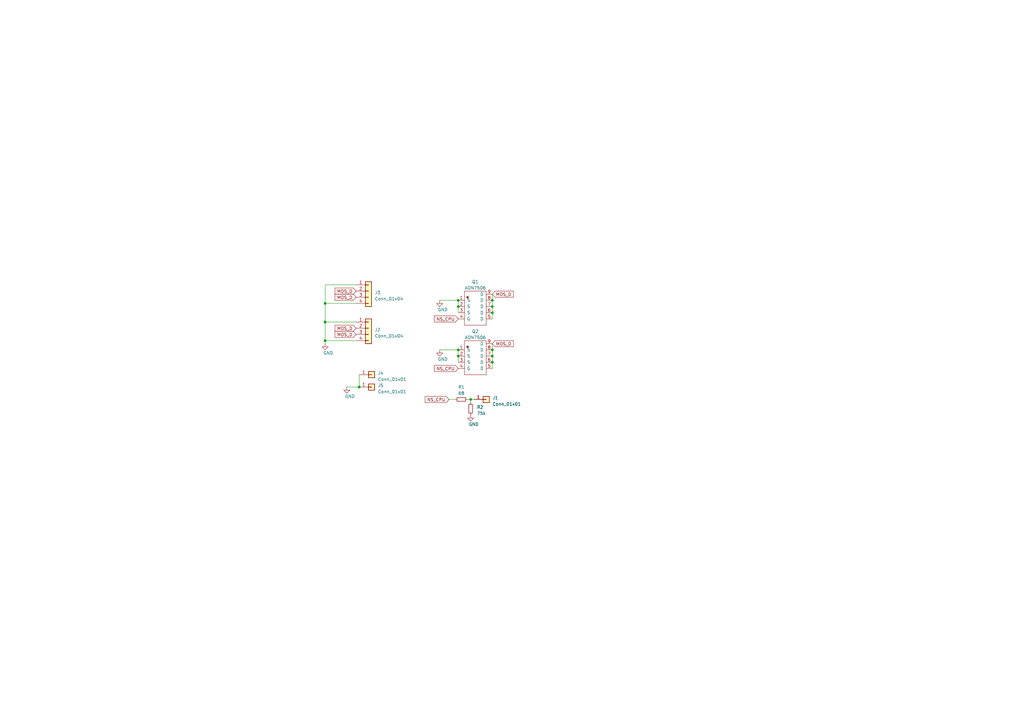
<source format=kicad_sch>
(kicad_sch (version 20230121) (generator eeschema)
  (paper "A3")
  (lib_symbols
    (symbol "Connector_Generic:Conn_01x01" (pin_names (offset 1.016) hide)
      (property "Reference" "J" (at 0 2.54 0))
      (property "Value" "Conn_01x01" (at 0 -2.54 0))
      (symbol "Conn_01x01_1_1"
        (rectangle (start -1.27 0.127) (end 0 -0.127) (stroke (width 0.1524)))
        (rectangle (start -1.27 1.27) (end 1.27 -1.27) (stroke (width 0.254)) (fill (type background)))
        (pin passive line (at -5.08 0 0) (length 3.81) (name "Pin_1") (number "1"))
      )
    )
    (symbol "Connector_Generic:Conn_01x04" (pin_names (offset 1.016) hide)
      (property "Reference" "J" (at 0 5.08 0))
      (property "Value" "Conn_01x04" (at 0 -7.62 0))
      (symbol "Conn_01x04_1_1"
        (rectangle (start -1.27 -4.953) (end 0 -5.207) (stroke (width 0.1524)))
        (rectangle (start -1.27 -2.413) (end 0 -2.667) (stroke (width 0.1524)))
        (rectangle (start -1.27 0.127) (end 0 -0.127) (stroke (width 0.1524)))
        (rectangle (start -1.27 2.667) (end 0 2.413) (stroke (width 0.1524)))
        (rectangle (start -1.27 3.81) (end 1.27 -6.35) (stroke (width 0.254)) (fill (type background)))
        (pin passive line (at -5.08 2.54 0) (length 3.81) (name "Pin_1") (number "1"))
        (pin passive line (at -5.08 0 0) (length 3.81) (name "Pin_2") (number "2"))
        (pin passive line (at -5.08 -2.54 0) (length 3.81) (name "Pin_3") (number "3"))
        (pin passive line (at -5.08 -5.08 0) (length 3.81) (name "Pin_4") (number "4"))
      )
    )
    (symbol "jlcpcb-basic-resistor-0402:75k"
      (property "Reference" "R" (at 0.762 0.508 0))
      (property "Value" "75k" (at 0.762 -1.016 0))
      (symbol "75k_0_0"
        (rectangle (start -0.762 1.778) (end 0.762 -1.778) (stroke (width 0.2032)))
        (pin passive line (at 0 2.54 270) (length 0.762) (name "~") (number "1"))
        (pin passive line (at 0 -2.54 90) (length 0.762) (name "~") (number "2"))
      )
    )
    (symbol "jlcpcb-basic-resistor-0603:68"
      (property "Reference" "R" (at 0.762 0.508 0))
      (property "Value" "68" (at 0.762 -1.016 0))
      (symbol "68_0_0"
        (rectangle (start -0.762 1.778) (end 0.762 -1.778) (stroke (width 0.2032)))
        (pin passive line (at 0 2.54 270) (length 0.762) (name "~") (number "1"))
        (pin passive line (at 0 -2.54 90) (length 0.762) (name "~") (number "2"))
      )
    )
    (symbol "kicad_lceda:AON7506" (pin_names (offset 1.016))
      (property "Reference" "Q" (at 0 11.557 0))
      (property "Value" "AON7506" (at 0 16.637 0))
      (symbol "AON7506_1_1"
        (rectangle (start -5.08 7.62) (end 3.81 -6.35) (stroke (width 0.1524)))
        (circle (center -3.81 5.08) (radius 0.381) (stroke (width 0.1524)) (fill (type outline)))
        (pin input line (at -7.62 3.81 0) (length 2.54) (name "S") (number "1"))
        (pin input line (at -7.62 1.27 0) (length 2.54) (name "S") (number "2"))
        (pin input line (at -7.62 -1.27 0) (length 2.54) (name "S") (number "3"))
        (pin input line (at -7.62 -3.81 0) (length 2.54) (name "G") (number "4"))
        (pin input line (at 6.35 -3.81 180) (length 2.54) (name "D") (number "5"))
        (pin input line (at 6.35 -1.27 180) (length 2.54) (name "D") (number "6"))
        (pin input line (at 6.35 1.27 180) (length 2.54) (name "D") (number "7"))
        (pin input line (at 6.35 3.81 180) (length 2.54) (name "D") (number "8"))
        (pin input line (at 6.35 6.35 180) (length 2.54) (name "D") (number "9"))
      )
    )
    (symbol "power:GND" (power) (pin_names (offset 0))
      (property "Value" "GND" (at 0 -3.81 0))
      (symbol "GND_0_1"
        (polyline (pts (xy 0 0) (xy 0 -1.27) (xy 1.27 -1.27) (xy 0 -2.54) (xy -1.27 -1.27) (xy 0 -1.27)))
      )
      (symbol "GND_1_1"
        (pin power_in line (at 0 0 270) (length 0) hide (name "GND") (number "1"))
      )
    )
  )
  (junction (at 201.93 123.19))
  (junction (at 133.35 124.46))
  (junction (at 201.93 146.05))
  (junction (at 201.93 128.27))
  (junction (at 201.93 143.51))
  (junction (at 187.96 123.19))
  (junction (at 133.35 139.7))
  (junction (at 133.35 132.08))
  (junction (at 201.93 148.59))
  (junction (at 201.93 125.73))
  (junction (at 193.04 163.83))
  (junction (at 187.96 125.73))
  (junction (at 187.96 146.05))
  (junction (at 147.32 158.75))
  (junction (at 187.96 143.51))
  (wire (pts (xy 146.05 116.84) (xy 133.35 116.84)))
  (wire (pts (xy 133.35 139.7) (xy 146.05 139.7)))
  (wire (pts (xy 191.77 163.83) (xy 193.04 163.83)))
  (wire (pts (xy 201.93 123.19) (xy 201.93 125.73)))
  (wire (pts (xy 193.04 163.83) (xy 194.31 163.83)))
  (wire (pts (xy 201.93 146.05) (xy 201.93 148.59)))
  (wire (pts (xy 187.96 123.19) (xy 187.96 125.73)))
  (wire (pts (xy 201.93 143.51) (xy 201.93 146.05)))
  (wire (pts (xy 142.24 158.75) (xy 147.32 158.75)))
  (wire (pts (xy 201.93 128.27) (xy 201.93 130.81)))
  (wire (pts (xy 193.04 165.1) (xy 193.04 163.83)))
  (wire (pts (xy 133.35 116.84) (xy 133.35 124.46)))
  (wire (pts (xy 133.35 132.08) (xy 146.05 132.08)))
  (wire (pts (xy 133.35 124.46) (xy 133.35 132.08)))
  (wire (pts (xy 187.96 125.73) (xy 187.96 128.27)))
  (wire (pts (xy 147.32 153.67) (xy 147.32 158.75)))
  (wire (pts (xy 201.93 120.65) (xy 201.93 123.19)))
  (wire (pts (xy 133.35 132.08) (xy 133.35 139.7)))
  (wire (pts (xy 187.96 146.05) (xy 187.96 148.59)))
  (wire (pts (xy 201.93 125.73) (xy 201.93 128.27)))
  (wire (pts (xy 180.34 123.19) (xy 187.96 123.19)))
  (wire (pts (xy 201.93 148.59) (xy 201.93 151.13)))
  (wire (pts (xy 180.34 143.51) (xy 187.96 143.51)))
  (wire (pts (xy 201.93 140.97) (xy 201.93 143.51)))
  (wire (pts (xy 184.15 163.83) (xy 186.69 163.83)))
  (wire (pts (xy 133.35 139.7) (xy 133.35 140.97)))
  (wire (pts (xy 187.96 143.51) (xy 187.96 146.05)))
  (wire (pts (xy 133.35 124.46) (xy 146.05 124.46)))
  (global_label "NS_CPU" (shape input) (at 184.15 163.83 180) (property "Intersheetrefs" "${INTERSHEET_REFS}" (effects hide)))
  (global_label "MOS_D" (shape input) (at 146.05 134.62 180) (property "Intersheetrefs" "${INTERSHEET_REFS}" (effects hide)))
  (global_label "MOS_D" (shape input) (at 201.93 120.65 0) (property "Intersheetrefs" "${INTERSHEET_REFS}" (effects hide)))
  (global_label "MOS_D" (shape input) (at 146.05 137.16 180) (property "Intersheetrefs" "${INTERSHEET_REFS}" (effects hide)))
  (global_label "NS_CPU" (shape input) (at 187.96 130.81 180) (property "Intersheetrefs" "${INTERSHEET_REFS}" (effects hide)))
  (global_label "MOS_D" (shape input) (at 201.93 140.97 0) (property "Intersheetrefs" "${INTERSHEET_REFS}" (effects hide)))
  (global_label "NS_CPU" (shape input) (at 187.96 151.13 180) (property "Intersheetrefs" "${INTERSHEET_REFS}" (effects hide)))
  (global_label "MOS_D" (shape input) (at 146.05 121.92 180) (property "Intersheetrefs" "${INTERSHEET_REFS}" (effects hide)))
  (global_label "MOS_D" (shape input) (at 146.05 119.38 180) (property "Intersheetrefs" "${INTERSHEET_REFS}" (effects hide)))
  (symbol (lib_id "power:GND") (at 142.24 158.75 0) (unit 1)
    (property "Reference" "#PWR04" (effects hide))
    (property "Value" "GND" (at 143.51 162.56 0))
  )
  (symbol (lib_id "Connector_Generic:Conn_01x01") (at 152.4 158.75 0) (unit 1)
    (property "Reference" "J5" (at 154.94 158.115 0) (effects (justify left)))
    (property "Value" "Conn_01x01" (at 154.94 160.655 0) (effects (justify left)))
    (property "Footprint" "kicad_lceda:ThroughPad_2.8x1.5" (effects hide))
  )
  (symbol (lib_id "Connector_Generic:Conn_01x04") (at 151.13 134.62 0) (unit 1) (in_bom no)
    (property "Reference" "J2" (at 153.67 135.255 0) (effects (justify left)))
    (property "Value" "Conn_01x04" (at 153.67 137.795 0) (effects (justify left)))
    (property "Footprint" "kicad_lceda:CPU_Pads" (effects hide))
  )
  (symbol (lib_id "Connector_Generic:Conn_01x04") (at 151.13 119.38 0) (unit 1) (in_bom no)
    (property "Reference" "J3" (at 153.67 120.015 0) (effects (justify left)))
    (property "Value" "Conn_01x04" (at 153.67 122.555 0) (effects (justify left)))
    (property "Footprint" "kicad_lceda:CPU_Pads" (effects hide))
  )
  (symbol (lib_id "Connector_Generic:Conn_01x01") (at 152.4 153.67 0) (unit 1)
    (property "Reference" "J4" (at 154.94 153.035 0) (effects (justify left)))
    (property "Value" "Conn_01x01" (at 154.94 155.575 0) (effects (justify left)))
    (property "Footprint" "kicad_lceda:ThroughPad_2.8x1.5" (effects hide))
  )
  (symbol (lib_id "Connector_Generic:Conn_01x01") (at 199.39 163.83 0) (unit 1)
    (property "Reference" "J1" (at 201.93 163.195 0) (effects (justify left)))
    (property "Value" "Conn_01x01" (at 201.93 165.735 0) (effects (justify left)))
    (property "Footprint" "kicad_lceda:TH_Pads_1x1_P1.20mml" (effects hide))
  )
  (symbol (lib_id "power:GND") (at 193.04 170.18 0) (unit 1)
    (property "Reference" "#PWR025" (effects hide))
    (property "Value" "GND" (at 194.31 173.99 0))
  )
  (symbol (lib_id "power:GND") (at 180.34 143.51 0) (unit 1)
    (property "Reference" "#PWR02" (effects hide))
    (property "Value" "GND" (at 181.61 147.32 0))
  )
  (symbol (lib_id "power:GND") (at 180.34 123.19 0) (unit 1)
    (property "Reference" "#PWR09" (effects hide))
    (property "Value" "GND" (at 181.61 127 0))
  )
  (symbol (lib_id "power:GND") (at 133.35 140.97 0) (unit 1)
    (property "Reference" "#PWR01" (effects hide))
    (property "Value" "GND" (at 134.62 144.78 0))
  )
  (symbol (lib_id "kicad_lceda:AON7506") (at 195.58 127 0) (unit 1)
    (property "Reference" "Q1" (at 194.945 115.57 0))
    (property "Value" "AON7506" (at 194.945 118.11 0))
    (property "Footprint" "kicad_lceda:DFN-8_L3.0-W3.0-P0.65-BL" (effects hide))
    (property "Datasheet" "http://www.szlcsc.com/product/details_494117.html" (effects hide))
    (property "SuppliersPartNumber" "C485678" (effects hide))
    (property "uuid" "std:35dc780cb5304b03add43eacf1cd763d" (effects hide))
  )
  (symbol (lib_id "jlcpcb-basic-resistor-0603:68") (at 189.23 163.83 90) (unit 1)
    (property "Reference" "R1" (at 189.23 158.75 90))
    (property "Value" "68" (at 189.23 161.29 90))
    (property "Footprint" "R_0603_1608Metric" (effects hide))
    (property "Datasheet" "https://datasheet.lcsc.com/lcsc/2110260130_UNI-ROYAL-Uniroyal-Elec-0603WAF680JT5E_C27592.pdf" (effects hide))
    (property "LCSC" "C27592" (effects hide))
    (property "MFG" "UNI-ROYAL(Uniroyal Elec)" (effects hide))
    (property "MFGPN" "0603WAF680JT5E" (effects hide))
  )
  (symbol (lib_id "kicad_lceda:AON7506") (at 195.58 147.32 0) (unit 1)
    (property "Reference" "Q2" (at 194.945 135.89 0))
    (property "Value" "AON7506" (at 194.945 138.43 0))
    (property "Footprint" "kicad_lceda:DFN-8_L3.0-W3.0-P0.65-BL" (effects hide))
    (property "Datasheet" "http://www.szlcsc.com/product/details_494117.html" (effects hide))
    (property "SuppliersPartNumber" "C485678" (effects hide))
    (property "uuid" "std:35dc780cb5304b03add43eacf1cd763d" (effects hide))
  )
  (symbol (lib_id "jlcpcb-basic-resistor-0402:75k") (at 193.04 167.64 0) (unit 1)
    (property "Reference" "R2" (at 195.58 167.005 0) (effects (justify left)))
    (property "Value" "75k" (at 195.58 169.545 0) (effects (justify left)))
    (property "Footprint" "R_0402_1005Metric" (effects hide))
    (property "Datasheet" "https://datasheet.lcsc.com/lcsc/2110260030_UNI-ROYAL-Uniroyal-Elec-0402WGF7502TCE_C25798.pdf" (effects hide))
    (property "LCSC" "C25798" (effects hide))
    (property "MFG" "UNI-ROYAL(Uniroyal Elec)" (effects hide))
    (property "MFGPN" "0402WGF7502TCE" (effects hide))
  )
)
</source>
